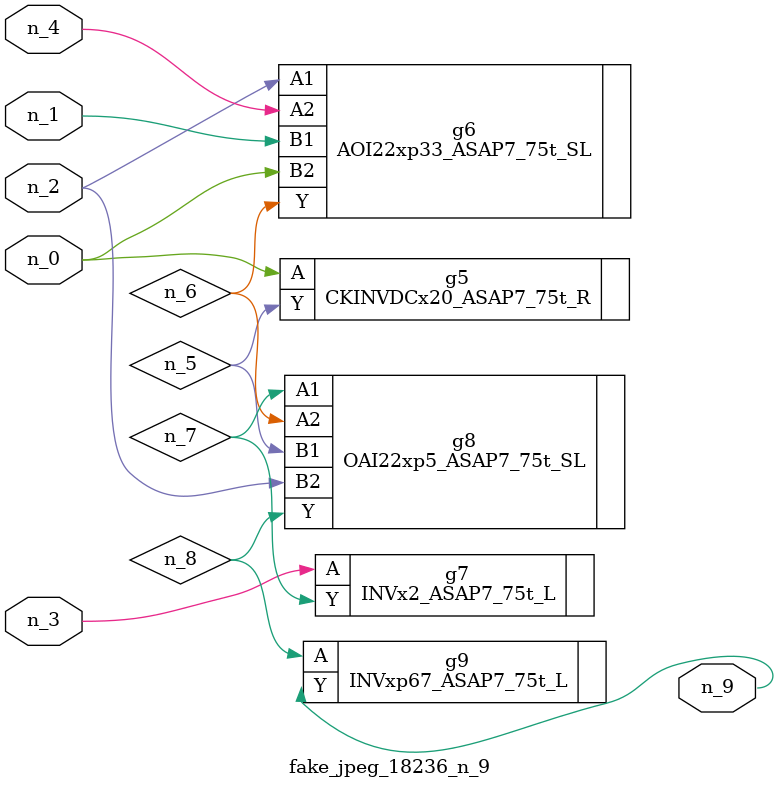
<source format=v>
module fake_jpeg_18236_n_9 (n_3, n_2, n_1, n_0, n_4, n_9);

input n_3;
input n_2;
input n_1;
input n_0;
input n_4;

output n_9;

wire n_8;
wire n_6;
wire n_5;
wire n_7;

CKINVDCx20_ASAP7_75t_R g5 ( 
.A(n_0),
.Y(n_5)
);

AOI22xp33_ASAP7_75t_SL g6 ( 
.A1(n_2),
.A2(n_4),
.B1(n_1),
.B2(n_0),
.Y(n_6)
);

INVx2_ASAP7_75t_L g7 ( 
.A(n_3),
.Y(n_7)
);

OAI22xp5_ASAP7_75t_SL g8 ( 
.A1(n_7),
.A2(n_6),
.B1(n_5),
.B2(n_2),
.Y(n_8)
);

INVxp67_ASAP7_75t_L g9 ( 
.A(n_8),
.Y(n_9)
);


endmodule
</source>
